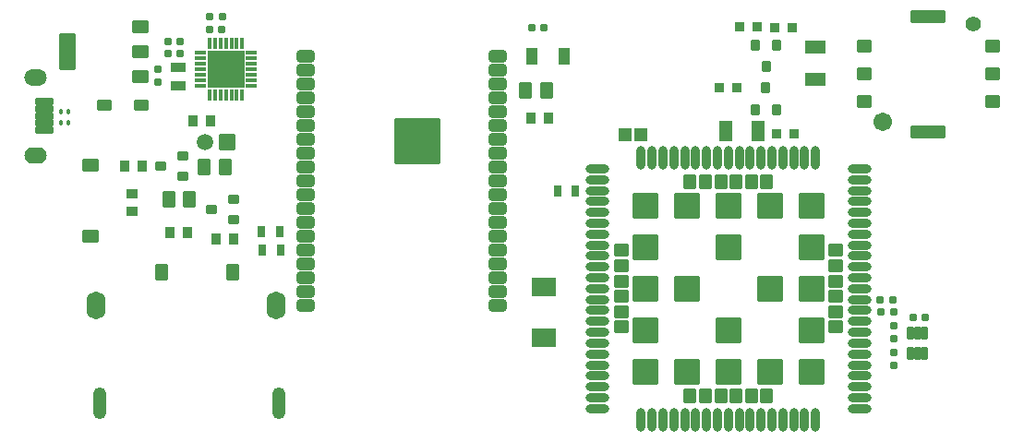
<source format=gbr>
%TF.GenerationSoftware,KiCad,Pcbnew,8.0.3*%
%TF.CreationDate,2025-01-08T01:15:00+05:30*%
%TF.ProjectId,gps,6770732e-6b69-4636-9164-5f7063625858,rev?*%
%TF.SameCoordinates,Original*%
%TF.FileFunction,Soldermask,Bot*%
%TF.FilePolarity,Negative*%
%FSLAX46Y46*%
G04 Gerber Fmt 4.6, Leading zero omitted, Abs format (unit mm)*
G04 Created by KiCad (PCBNEW 8.0.3) date 2025-01-08 01:15:00*
%MOMM*%
%LPD*%
G01*
G04 APERTURE LIST*
G04 Aperture macros list*
%AMRoundRect*
0 Rectangle with rounded corners*
0 $1 Rounding radius*
0 $2 $3 $4 $5 $6 $7 $8 $9 X,Y pos of 4 corners*
0 Add a 4 corners polygon primitive as box body*
4,1,4,$2,$3,$4,$5,$6,$7,$8,$9,$2,$3,0*
0 Add four circle primitives for the rounded corners*
1,1,$1+$1,$2,$3*
1,1,$1+$1,$4,$5*
1,1,$1+$1,$6,$7*
1,1,$1+$1,$8,$9*
0 Add four rect primitives between the rounded corners*
20,1,$1+$1,$2,$3,$4,$5,0*
20,1,$1+$1,$4,$5,$6,$7,0*
20,1,$1+$1,$6,$7,$8,$9,0*
20,1,$1+$1,$8,$9,$2,$3,0*%
G04 Aperture macros list end*
%ADD10C,0.010000*%
%ADD11O,1.754000X2.554000*%
%ADD12O,1.254000X2.904000*%
%ADD13RoundRect,0.102000X-0.654000X-0.654000X0.654000X-0.654000X0.654000X0.654000X-0.654000X0.654000X0*%
%ADD14C,1.512000*%
%ADD15RoundRect,0.075000X-0.075000X-0.175000X0.075000X-0.175000X0.075000X0.175000X-0.075000X0.175000X0*%
%ADD16R,0.900000X1.000000*%
%ADD17RoundRect,0.102000X0.460000X0.690000X-0.460000X0.690000X-0.460000X-0.690000X0.460000X-0.690000X0*%
%ADD18RoundRect,0.102000X0.485000X0.865000X-0.485000X0.865000X-0.485000X-0.865000X0.485000X-0.865000X0*%
%ADD19R,0.800000X1.000000*%
%ADD20RoundRect,0.155000X0.212500X0.155000X-0.212500X0.155000X-0.212500X-0.155000X0.212500X-0.155000X0*%
%ADD21R,0.900000X0.950000*%
%ADD22RoundRect,0.102000X0.605000X0.365000X-0.605000X0.365000X-0.605000X-0.365000X0.605000X-0.365000X0*%
%ADD23RoundRect,0.102000X0.750000X-0.200000X0.750000X0.200000X-0.750000X0.200000X-0.750000X-0.200000X0*%
%ADD24RoundRect,0.160000X-0.197500X-0.160000X0.197500X-0.160000X0.197500X0.160000X-0.197500X0.160000X0*%
%ADD25C,1.704000*%
%ADD26C,1.404000*%
%ADD27RoundRect,0.102000X1.500000X-0.500000X1.500000X0.500000X-1.500000X0.500000X-1.500000X-0.500000X0*%
%ADD28RoundRect,0.102000X0.550000X-0.500000X0.550000X0.500000X-0.550000X0.500000X-0.550000X-0.500000X0*%
%ADD29RoundRect,0.160000X-0.160000X0.197500X-0.160000X-0.197500X0.160000X-0.197500X0.160000X0.197500X0*%
%ADD30RoundRect,0.102000X-0.865000X0.485000X-0.865000X-0.485000X0.865000X-0.485000X0.865000X0.485000X0*%
%ADD31R,1.470000X0.970000*%
%ADD32RoundRect,0.160000X0.160000X-0.197500X0.160000X0.197500X-0.160000X0.197500X-0.160000X-0.197500X0*%
%ADD33RoundRect,0.102000X-0.450000X-0.700000X0.450000X-0.700000X0.450000X0.700000X-0.450000X0.700000X0*%
%ADD34RoundRect,0.148500X0.148500X-0.483500X0.148500X0.483500X-0.148500X0.483500X-0.148500X-0.483500X0*%
%ADD35R,1.000000X0.950000*%
%ADD36R,1.000000X0.300000*%
%ADD37R,0.300000X1.000000*%
%ADD38R,3.350000X3.350000*%
%ADD39R,0.950000X1.000000*%
%ADD40RoundRect,0.283500X0.543500X0.283500X-0.543500X0.283500X-0.543500X-0.283500X0.543500X-0.283500X0*%
%ADD41RoundRect,0.102000X2.000000X2.000000X-2.000000X2.000000X-2.000000X-2.000000X2.000000X-2.000000X0*%
%ADD42RoundRect,0.102000X-0.520000X-0.510000X0.520000X-0.510000X0.520000X0.510000X-0.520000X0.510000X0*%
%ADD43RoundRect,0.155000X-0.212500X-0.155000X0.212500X-0.155000X0.212500X0.155000X-0.212500X0.155000X0*%
%ADD44R,2.311400X1.651000*%
%ADD45RoundRect,0.102000X0.700000X-0.450000X0.700000X0.450000X-0.700000X0.450000X-0.700000X-0.450000X0*%
%ADD46RoundRect,0.102000X0.300000X-0.400000X0.300000X0.400000X-0.300000X0.400000X-0.300000X-0.400000X0*%
%ADD47RoundRect,0.102000X0.400000X0.300000X-0.400000X0.300000X-0.400000X-0.300000X0.400000X-0.300000X0*%
%ADD48RoundRect,0.155000X0.155000X-0.212500X0.155000X0.212500X-0.155000X0.212500X-0.155000X-0.212500X0*%
%ADD49RoundRect,0.102000X-0.300000X0.400000X-0.300000X-0.400000X0.300000X-0.400000X0.300000X0.400000X0*%
%ADD50RoundRect,0.102000X-0.460000X-0.690000X0.460000X-0.690000X0.460000X0.690000X-0.460000X0.690000X0*%
%ADD51O,0.804000X2.204000*%
%ADD52O,2.204000X0.804000*%
%ADD53RoundRect,0.102000X-1.050000X1.050000X-1.050000X-1.050000X1.050000X-1.050000X1.050000X1.050000X0*%
%ADD54RoundRect,0.102000X-0.450000X0.550000X-0.450000X-0.550000X0.450000X-0.550000X0.450000X0.550000X0*%
%ADD55RoundRect,0.102000X-0.550000X0.450000X-0.550000X-0.450000X0.550000X-0.450000X0.550000X0.450000X0*%
%ADD56R,1.050000X1.600000*%
%ADD57RoundRect,0.085050X0.671950X0.481950X-0.671950X0.481950X-0.671950X-0.481950X0.671950X-0.481950X0*%
%ADD58RoundRect,0.113550X0.643450X1.608450X-0.643450X1.608450X-0.643450X-1.608450X0.643450X-1.608450X0*%
G04 APERTURE END LIST*
D10*
%TO.C,J1*%
X121647800Y-64894800D02*
X121683800Y-64897800D01*
X121720800Y-64902800D01*
X121756800Y-64908800D01*
X121791800Y-64917800D01*
X121826800Y-64927800D01*
X121861800Y-64939800D01*
X121895800Y-64954800D01*
X121928800Y-64969800D01*
X121960800Y-64987800D01*
X121991800Y-65006800D01*
X122021800Y-65027800D01*
X122051800Y-65049800D01*
X122078800Y-65073800D01*
X122105800Y-65098800D01*
X122130800Y-65125800D01*
X122154800Y-65152800D01*
X122176800Y-65182800D01*
X122197800Y-65212800D01*
X122216800Y-65243800D01*
X122234800Y-65275800D01*
X122249800Y-65308800D01*
X122264800Y-65342800D01*
X122276800Y-65377800D01*
X122286800Y-65412800D01*
X122295800Y-65447800D01*
X122301800Y-65483800D01*
X122306800Y-65520800D01*
X122309800Y-65556800D01*
X122310800Y-65593800D01*
X122309800Y-65630800D01*
X122306800Y-65666800D01*
X122301800Y-65703800D01*
X122295800Y-65739800D01*
X122286800Y-65774800D01*
X122276800Y-65809800D01*
X122264800Y-65844800D01*
X122249800Y-65878800D01*
X122234800Y-65911800D01*
X122216800Y-65943800D01*
X122197800Y-65974800D01*
X122176800Y-66004800D01*
X122154800Y-66034800D01*
X122130800Y-66061800D01*
X122105800Y-66088800D01*
X122078800Y-66113800D01*
X122051800Y-66137800D01*
X122021800Y-66159800D01*
X121991800Y-66180800D01*
X121960800Y-66199800D01*
X121928800Y-66217800D01*
X121895800Y-66232800D01*
X121861800Y-66247800D01*
X121826800Y-66259800D01*
X121791800Y-66269800D01*
X121756800Y-66278800D01*
X121720800Y-66284800D01*
X121683800Y-66289800D01*
X121647800Y-66292800D01*
X121610800Y-66293800D01*
X121060800Y-66293800D01*
X121023800Y-66292800D01*
X120987800Y-66289800D01*
X120950800Y-66284800D01*
X120914800Y-66278800D01*
X120879800Y-66269800D01*
X120844800Y-66259800D01*
X120809800Y-66247800D01*
X120775800Y-66232800D01*
X120742800Y-66217800D01*
X120710800Y-66199800D01*
X120679800Y-66180800D01*
X120649800Y-66159800D01*
X120619800Y-66137800D01*
X120592800Y-66113800D01*
X120565800Y-66088800D01*
X120540800Y-66061800D01*
X120516800Y-66034800D01*
X120494800Y-66004800D01*
X120473800Y-65974800D01*
X120454800Y-65943800D01*
X120436800Y-65911800D01*
X120421800Y-65878800D01*
X120406800Y-65844800D01*
X120394800Y-65809800D01*
X120384800Y-65774800D01*
X120375800Y-65739800D01*
X120369800Y-65703800D01*
X120364800Y-65666800D01*
X120361800Y-65630800D01*
X120360800Y-65593800D01*
X120361800Y-65556800D01*
X120364800Y-65520800D01*
X120369800Y-65483800D01*
X120375800Y-65447800D01*
X120384800Y-65412800D01*
X120394800Y-65377800D01*
X120406800Y-65342800D01*
X120421800Y-65308800D01*
X120436800Y-65275800D01*
X120454800Y-65243800D01*
X120473800Y-65212800D01*
X120494800Y-65182800D01*
X120516800Y-65152800D01*
X120540800Y-65125800D01*
X120565800Y-65098800D01*
X120592800Y-65073800D01*
X120619800Y-65049800D01*
X120649800Y-65027800D01*
X120679800Y-65006800D01*
X120710800Y-64987800D01*
X120742800Y-64969800D01*
X120775800Y-64954800D01*
X120809800Y-64939800D01*
X120844800Y-64927800D01*
X120879800Y-64917800D01*
X120914800Y-64908800D01*
X120950800Y-64902800D01*
X120987800Y-64897800D01*
X121023800Y-64894800D01*
X121060800Y-64893800D01*
X121610800Y-64893800D01*
X121647800Y-64894800D01*
G36*
X121647800Y-64894800D02*
G01*
X121683800Y-64897800D01*
X121720800Y-64902800D01*
X121756800Y-64908800D01*
X121791800Y-64917800D01*
X121826800Y-64927800D01*
X121861800Y-64939800D01*
X121895800Y-64954800D01*
X121928800Y-64969800D01*
X121960800Y-64987800D01*
X121991800Y-65006800D01*
X122021800Y-65027800D01*
X122051800Y-65049800D01*
X122078800Y-65073800D01*
X122105800Y-65098800D01*
X122130800Y-65125800D01*
X122154800Y-65152800D01*
X122176800Y-65182800D01*
X122197800Y-65212800D01*
X122216800Y-65243800D01*
X122234800Y-65275800D01*
X122249800Y-65308800D01*
X122264800Y-65342800D01*
X122276800Y-65377800D01*
X122286800Y-65412800D01*
X122295800Y-65447800D01*
X122301800Y-65483800D01*
X122306800Y-65520800D01*
X122309800Y-65556800D01*
X122310800Y-65593800D01*
X122309800Y-65630800D01*
X122306800Y-65666800D01*
X122301800Y-65703800D01*
X122295800Y-65739800D01*
X122286800Y-65774800D01*
X122276800Y-65809800D01*
X122264800Y-65844800D01*
X122249800Y-65878800D01*
X122234800Y-65911800D01*
X122216800Y-65943800D01*
X122197800Y-65974800D01*
X122176800Y-66004800D01*
X122154800Y-66034800D01*
X122130800Y-66061800D01*
X122105800Y-66088800D01*
X122078800Y-66113800D01*
X122051800Y-66137800D01*
X122021800Y-66159800D01*
X121991800Y-66180800D01*
X121960800Y-66199800D01*
X121928800Y-66217800D01*
X121895800Y-66232800D01*
X121861800Y-66247800D01*
X121826800Y-66259800D01*
X121791800Y-66269800D01*
X121756800Y-66278800D01*
X121720800Y-66284800D01*
X121683800Y-66289800D01*
X121647800Y-66292800D01*
X121610800Y-66293800D01*
X121060800Y-66293800D01*
X121023800Y-66292800D01*
X120987800Y-66289800D01*
X120950800Y-66284800D01*
X120914800Y-66278800D01*
X120879800Y-66269800D01*
X120844800Y-66259800D01*
X120809800Y-66247800D01*
X120775800Y-66232800D01*
X120742800Y-66217800D01*
X120710800Y-66199800D01*
X120679800Y-66180800D01*
X120649800Y-66159800D01*
X120619800Y-66137800D01*
X120592800Y-66113800D01*
X120565800Y-66088800D01*
X120540800Y-66061800D01*
X120516800Y-66034800D01*
X120494800Y-66004800D01*
X120473800Y-65974800D01*
X120454800Y-65943800D01*
X120436800Y-65911800D01*
X120421800Y-65878800D01*
X120406800Y-65844800D01*
X120394800Y-65809800D01*
X120384800Y-65774800D01*
X120375800Y-65739800D01*
X120369800Y-65703800D01*
X120364800Y-65666800D01*
X120361800Y-65630800D01*
X120360800Y-65593800D01*
X120361800Y-65556800D01*
X120364800Y-65520800D01*
X120369800Y-65483800D01*
X120375800Y-65447800D01*
X120384800Y-65412800D01*
X120394800Y-65377800D01*
X120406800Y-65342800D01*
X120421800Y-65308800D01*
X120436800Y-65275800D01*
X120454800Y-65243800D01*
X120473800Y-65212800D01*
X120494800Y-65182800D01*
X120516800Y-65152800D01*
X120540800Y-65125800D01*
X120565800Y-65098800D01*
X120592800Y-65073800D01*
X120619800Y-65049800D01*
X120649800Y-65027800D01*
X120679800Y-65006800D01*
X120710800Y-64987800D01*
X120742800Y-64969800D01*
X120775800Y-64954800D01*
X120809800Y-64939800D01*
X120844800Y-64927800D01*
X120879800Y-64917800D01*
X120914800Y-64908800D01*
X120950800Y-64902800D01*
X120987800Y-64897800D01*
X121023800Y-64894800D01*
X121060800Y-64893800D01*
X121610800Y-64893800D01*
X121647800Y-64894800D01*
G37*
X121647800Y-72044800D02*
X121683800Y-72047800D01*
X121720800Y-72052800D01*
X121756800Y-72058800D01*
X121791800Y-72067800D01*
X121826800Y-72077800D01*
X121861800Y-72089800D01*
X121895800Y-72104800D01*
X121928800Y-72119800D01*
X121960800Y-72137800D01*
X121991800Y-72156800D01*
X122021800Y-72177800D01*
X122051800Y-72199800D01*
X122078800Y-72223800D01*
X122105800Y-72248800D01*
X122130800Y-72275800D01*
X122154800Y-72302800D01*
X122176800Y-72332800D01*
X122197800Y-72362800D01*
X122216800Y-72393800D01*
X122234800Y-72425800D01*
X122249800Y-72458800D01*
X122264800Y-72492800D01*
X122276800Y-72527800D01*
X122286800Y-72562800D01*
X122295800Y-72597800D01*
X122301800Y-72633800D01*
X122306800Y-72670800D01*
X122309800Y-72706800D01*
X122310800Y-72743800D01*
X122309800Y-72780800D01*
X122306800Y-72816800D01*
X122301800Y-72853800D01*
X122295800Y-72889800D01*
X122286800Y-72924800D01*
X122276800Y-72959800D01*
X122264800Y-72994800D01*
X122249800Y-73028800D01*
X122234800Y-73061800D01*
X122216800Y-73093800D01*
X122197800Y-73124800D01*
X122176800Y-73154800D01*
X122154800Y-73184800D01*
X122130800Y-73211800D01*
X122105800Y-73238800D01*
X122078800Y-73263800D01*
X122051800Y-73287800D01*
X122021800Y-73309800D01*
X121991800Y-73330800D01*
X121960800Y-73349800D01*
X121928800Y-73367800D01*
X121895800Y-73382800D01*
X121861800Y-73397800D01*
X121826800Y-73409800D01*
X121791800Y-73419800D01*
X121756800Y-73428800D01*
X121720800Y-73434800D01*
X121683800Y-73439800D01*
X121647800Y-73442800D01*
X121610800Y-73443800D01*
X121060800Y-73443800D01*
X121023800Y-73442800D01*
X120987800Y-73439800D01*
X120950800Y-73434800D01*
X120914800Y-73428800D01*
X120879800Y-73419800D01*
X120844800Y-73409800D01*
X120809800Y-73397800D01*
X120775800Y-73382800D01*
X120742800Y-73367800D01*
X120710800Y-73349800D01*
X120679800Y-73330800D01*
X120649800Y-73309800D01*
X120619800Y-73287800D01*
X120592800Y-73263800D01*
X120565800Y-73238800D01*
X120540800Y-73211800D01*
X120516800Y-73184800D01*
X120494800Y-73154800D01*
X120473800Y-73124800D01*
X120454800Y-73093800D01*
X120436800Y-73061800D01*
X120421800Y-73028800D01*
X120406800Y-72994800D01*
X120394800Y-72959800D01*
X120384800Y-72924800D01*
X120375800Y-72889800D01*
X120369800Y-72853800D01*
X120364800Y-72816800D01*
X120361800Y-72780800D01*
X120360800Y-72743800D01*
X120361800Y-72706800D01*
X120364800Y-72670800D01*
X120369800Y-72633800D01*
X120375800Y-72597800D01*
X120384800Y-72562800D01*
X120394800Y-72527800D01*
X120406800Y-72492800D01*
X120421800Y-72458800D01*
X120436800Y-72425800D01*
X120454800Y-72393800D01*
X120473800Y-72362800D01*
X120494800Y-72332800D01*
X120516800Y-72302800D01*
X120540800Y-72275800D01*
X120565800Y-72248800D01*
X120592800Y-72223800D01*
X120619800Y-72199800D01*
X120649800Y-72177800D01*
X120679800Y-72156800D01*
X120710800Y-72137800D01*
X120742800Y-72119800D01*
X120775800Y-72104800D01*
X120809800Y-72089800D01*
X120844800Y-72077800D01*
X120879800Y-72067800D01*
X120914800Y-72058800D01*
X120950800Y-72052800D01*
X120987800Y-72047800D01*
X121023800Y-72044800D01*
X121060800Y-72043800D01*
X121610800Y-72043800D01*
X121647800Y-72044800D01*
G36*
X121647800Y-72044800D02*
G01*
X121683800Y-72047800D01*
X121720800Y-72052800D01*
X121756800Y-72058800D01*
X121791800Y-72067800D01*
X121826800Y-72077800D01*
X121861800Y-72089800D01*
X121895800Y-72104800D01*
X121928800Y-72119800D01*
X121960800Y-72137800D01*
X121991800Y-72156800D01*
X122021800Y-72177800D01*
X122051800Y-72199800D01*
X122078800Y-72223800D01*
X122105800Y-72248800D01*
X122130800Y-72275800D01*
X122154800Y-72302800D01*
X122176800Y-72332800D01*
X122197800Y-72362800D01*
X122216800Y-72393800D01*
X122234800Y-72425800D01*
X122249800Y-72458800D01*
X122264800Y-72492800D01*
X122276800Y-72527800D01*
X122286800Y-72562800D01*
X122295800Y-72597800D01*
X122301800Y-72633800D01*
X122306800Y-72670800D01*
X122309800Y-72706800D01*
X122310800Y-72743800D01*
X122309800Y-72780800D01*
X122306800Y-72816800D01*
X122301800Y-72853800D01*
X122295800Y-72889800D01*
X122286800Y-72924800D01*
X122276800Y-72959800D01*
X122264800Y-72994800D01*
X122249800Y-73028800D01*
X122234800Y-73061800D01*
X122216800Y-73093800D01*
X122197800Y-73124800D01*
X122176800Y-73154800D01*
X122154800Y-73184800D01*
X122130800Y-73211800D01*
X122105800Y-73238800D01*
X122078800Y-73263800D01*
X122051800Y-73287800D01*
X122021800Y-73309800D01*
X121991800Y-73330800D01*
X121960800Y-73349800D01*
X121928800Y-73367800D01*
X121895800Y-73382800D01*
X121861800Y-73397800D01*
X121826800Y-73409800D01*
X121791800Y-73419800D01*
X121756800Y-73428800D01*
X121720800Y-73434800D01*
X121683800Y-73439800D01*
X121647800Y-73442800D01*
X121610800Y-73443800D01*
X121060800Y-73443800D01*
X121023800Y-73442800D01*
X120987800Y-73439800D01*
X120950800Y-73434800D01*
X120914800Y-73428800D01*
X120879800Y-73419800D01*
X120844800Y-73409800D01*
X120809800Y-73397800D01*
X120775800Y-73382800D01*
X120742800Y-73367800D01*
X120710800Y-73349800D01*
X120679800Y-73330800D01*
X120649800Y-73309800D01*
X120619800Y-73287800D01*
X120592800Y-73263800D01*
X120565800Y-73238800D01*
X120540800Y-73211800D01*
X120516800Y-73184800D01*
X120494800Y-73154800D01*
X120473800Y-73124800D01*
X120454800Y-73093800D01*
X120436800Y-73061800D01*
X120421800Y-73028800D01*
X120406800Y-72994800D01*
X120394800Y-72959800D01*
X120384800Y-72924800D01*
X120375800Y-72889800D01*
X120369800Y-72853800D01*
X120364800Y-72816800D01*
X120361800Y-72780800D01*
X120360800Y-72743800D01*
X120361800Y-72706800D01*
X120364800Y-72670800D01*
X120369800Y-72633800D01*
X120375800Y-72597800D01*
X120384800Y-72562800D01*
X120394800Y-72527800D01*
X120406800Y-72492800D01*
X120421800Y-72458800D01*
X120436800Y-72425800D01*
X120454800Y-72393800D01*
X120473800Y-72362800D01*
X120494800Y-72332800D01*
X120516800Y-72302800D01*
X120540800Y-72275800D01*
X120565800Y-72248800D01*
X120592800Y-72223800D01*
X120619800Y-72199800D01*
X120649800Y-72177800D01*
X120679800Y-72156800D01*
X120710800Y-72137800D01*
X120742800Y-72119800D01*
X120775800Y-72104800D01*
X120809800Y-72089800D01*
X120844800Y-72077800D01*
X120879800Y-72067800D01*
X120914800Y-72058800D01*
X120950800Y-72052800D01*
X120987800Y-72047800D01*
X121023800Y-72044800D01*
X121060800Y-72043800D01*
X121610800Y-72043800D01*
X121647800Y-72044800D01*
G37*
%TD*%
D11*
%TO.C,J5*%
X126963250Y-86582500D03*
X143413250Y-86582500D03*
D12*
X127263250Y-95482500D03*
X143663250Y-95482500D03*
%TD*%
D13*
%TO.C,J2*%
X138932600Y-71568400D03*
D14*
X136932600Y-71568400D03*
%TD*%
D15*
%TO.C,U3*%
X123669300Y-68783200D03*
X124369300Y-68783200D03*
%TD*%
D16*
%TO.C,R9*%
X137960200Y-80416400D03*
X139560200Y-80416400D03*
%TD*%
D17*
%TO.C,R34*%
X168237000Y-66827400D03*
X166327000Y-66827400D03*
%TD*%
%TO.C,R4*%
X138750000Y-73863200D03*
X136840000Y-73863200D03*
%TD*%
D18*
%TO.C,R19*%
X187636600Y-70510400D03*
X184676600Y-70510400D03*
%TD*%
D19*
%TO.C,R5*%
X142152000Y-81508600D03*
X143852000Y-81508600D03*
%TD*%
D20*
%TO.C,C5*%
X134628700Y-62357000D03*
X133493700Y-62357000D03*
%TD*%
D21*
%TO.C,R31*%
X187528200Y-61010800D03*
X185928200Y-61010800D03*
%TD*%
D22*
%TO.C,D6*%
X127682200Y-68173600D03*
X131042200Y-68173600D03*
%TD*%
D23*
%TO.C,J1*%
X122225800Y-70468800D03*
X122225800Y-69818800D03*
X122225800Y-69168800D03*
X122225800Y-68518800D03*
X122225800Y-67868800D03*
%TD*%
D24*
%TO.C,R28*%
X198856600Y-87172800D03*
X200051600Y-87172800D03*
%TD*%
D25*
%TO.C,J4*%
X199075400Y-69737400D03*
D26*
X207375400Y-60737400D03*
D27*
X203225400Y-60037400D03*
X203225400Y-70637400D03*
D28*
X197325400Y-62797400D03*
X197325400Y-65337400D03*
X197325400Y-67877400D03*
X209125400Y-62797400D03*
X209125400Y-65337400D03*
X209125400Y-67877400D03*
%TD*%
D21*
%TO.C,R33*%
X185648600Y-66548000D03*
X184048600Y-66548000D03*
%TD*%
D29*
%TO.C,R27*%
X200101200Y-88404100D03*
X200101200Y-89599100D03*
%TD*%
D30*
%TO.C,R29*%
X192887600Y-62883600D03*
X192887600Y-65843600D03*
%TD*%
D16*
%TO.C,R10*%
X131152800Y-73736200D03*
X129552800Y-73736200D03*
%TD*%
D31*
%TO.C,C21*%
X134467600Y-66362000D03*
X134467600Y-64702000D03*
%TD*%
D32*
%TO.C,R17*%
X200075800Y-92037500D03*
X200075800Y-90842500D03*
%TD*%
D33*
%TO.C,S1*%
X132971400Y-83515200D03*
X139471400Y-83515200D03*
%TD*%
D34*
%TO.C,U11*%
X202910200Y-90978000D03*
X202260200Y-90978000D03*
X201610200Y-90978000D03*
X201610200Y-89108000D03*
X202260200Y-89108000D03*
X202910200Y-89108000D03*
%TD*%
D35*
%TO.C,C12*%
X130225800Y-77901600D03*
X130225800Y-76301600D03*
%TD*%
D36*
%TO.C,IC1*%
X136485000Y-66383800D03*
X136485000Y-65883800D03*
X136485000Y-65383800D03*
X136485000Y-64883800D03*
X136485000Y-64383800D03*
X136485000Y-63883800D03*
X136485000Y-63383800D03*
D37*
X137335000Y-62533800D03*
X137835000Y-62533800D03*
X138335000Y-62533800D03*
X138835000Y-62533800D03*
X139335000Y-62533800D03*
X139835000Y-62533800D03*
X140335000Y-62533800D03*
D36*
X141185000Y-63383800D03*
X141185000Y-63883800D03*
X141185000Y-64383800D03*
X141185000Y-64883800D03*
X141185000Y-65383800D03*
X141185000Y-65883800D03*
X141185000Y-66383800D03*
D37*
X140335000Y-67233800D03*
X139835000Y-67233800D03*
X139335000Y-67233800D03*
X138835000Y-67233800D03*
X138335000Y-67233800D03*
X137835000Y-67233800D03*
X137335000Y-67233800D03*
D38*
X138835000Y-64883800D03*
%TD*%
D39*
%TO.C,C10*%
X168402000Y-69367400D03*
X166802000Y-69367400D03*
%TD*%
%TO.C,C11*%
X133705800Y-79857600D03*
X135305800Y-79857600D03*
%TD*%
D15*
%TO.C,U4*%
X123679200Y-69799200D03*
X124379200Y-69799200D03*
%TD*%
D40*
%TO.C,A1*%
X163779200Y-63728600D03*
X163779200Y-64998600D03*
X163779200Y-66268600D03*
X163779200Y-67538600D03*
X163779200Y-68808600D03*
X163779200Y-70078600D03*
X163779200Y-71348600D03*
X163779200Y-72618600D03*
X163779200Y-73888600D03*
X163779200Y-75158600D03*
X163779200Y-76428600D03*
X163779200Y-77698600D03*
X163779200Y-78968600D03*
X163779200Y-80238600D03*
X163779200Y-81508600D03*
X163779200Y-82778600D03*
X163779200Y-84048600D03*
X163779200Y-85318600D03*
X163779200Y-86588600D03*
X146159200Y-86588600D03*
X146159200Y-85318600D03*
X146159200Y-84048600D03*
X146159200Y-82778600D03*
X146159200Y-81508600D03*
X146159200Y-80238600D03*
X146159200Y-78968600D03*
X146159200Y-77698600D03*
X146159200Y-76428600D03*
X146159200Y-75158600D03*
X146159200Y-73888600D03*
X146159200Y-72618600D03*
X146159200Y-71348600D03*
X146159200Y-70078600D03*
X146159200Y-68808600D03*
X146159200Y-67538600D03*
X146159200Y-66268600D03*
X146159200Y-64998600D03*
X146159200Y-63728600D03*
D41*
X156349200Y-71518600D03*
%TD*%
D42*
%TO.C,R35*%
X175412400Y-70891400D03*
X176882400Y-70891400D03*
%TD*%
D43*
%TO.C,C14*%
X198847900Y-86029800D03*
X199982900Y-86029800D03*
%TD*%
D20*
%TO.C,C13*%
X202954700Y-87680800D03*
X201819700Y-87680800D03*
%TD*%
D43*
%TO.C,C9*%
X166873400Y-61087000D03*
X168008400Y-61087000D03*
%TD*%
D19*
%TO.C,R6*%
X142101200Y-79806800D03*
X143801200Y-79806800D03*
%TD*%
D20*
%TO.C,C4*%
X134645400Y-63398400D03*
X133510400Y-63398400D03*
%TD*%
D44*
%TO.C,AE1*%
X167990000Y-84865900D03*
X167990000Y-89514100D03*
%TD*%
D45*
%TO.C,S2*%
X126415800Y-80212000D03*
X126415800Y-73712000D03*
%TD*%
D46*
%TO.C,Q5*%
X189291000Y-68574000D03*
X187391000Y-68574000D03*
X188341000Y-66554000D03*
%TD*%
D47*
%TO.C,Q1*%
X139567000Y-76799400D03*
X139567000Y-78699400D03*
X137547000Y-77749400D03*
%TD*%
%TO.C,Q4*%
X134874000Y-72826800D03*
X134874000Y-74726800D03*
X132854000Y-73776800D03*
%TD*%
D21*
%TO.C,R30*%
X190906400Y-70789800D03*
X189306400Y-70789800D03*
%TD*%
%TO.C,R32*%
X189179200Y-61036200D03*
X190779200Y-61036200D03*
%TD*%
D48*
%TO.C,C1*%
X132562600Y-66048700D03*
X132562600Y-64913700D03*
%TD*%
D49*
%TO.C,Q2*%
X187401200Y-62636400D03*
X189301200Y-62636400D03*
X188351200Y-64656400D03*
%TD*%
D50*
%TO.C,R7*%
X133588800Y-76784200D03*
X135498800Y-76784200D03*
%TD*%
D51*
%TO.C,U1*%
X176903800Y-73009400D03*
X177903800Y-73009400D03*
X178903800Y-73009400D03*
X179903800Y-73009400D03*
X180903800Y-73009400D03*
X181903800Y-73009400D03*
X182903800Y-73009400D03*
X183903800Y-73009400D03*
X184903800Y-73009400D03*
X185903800Y-73009400D03*
X186903800Y-73009400D03*
X187903800Y-73009400D03*
X188903800Y-73009400D03*
X189903800Y-73009400D03*
X190903800Y-73009400D03*
X191903800Y-73009400D03*
X192903800Y-73009400D03*
D52*
X196903800Y-77009400D03*
X196903800Y-78009400D03*
X196903800Y-79009400D03*
X196903800Y-80009400D03*
X196903800Y-81009400D03*
X196903800Y-82009400D03*
X196903800Y-83009400D03*
X196903800Y-84009400D03*
X196903800Y-85009400D03*
X196903800Y-86009400D03*
X196903800Y-87009400D03*
X196903800Y-88009400D03*
X196903800Y-89009400D03*
X196903800Y-90009400D03*
X196903800Y-91009400D03*
X196903800Y-92009400D03*
X196903800Y-93009400D03*
D51*
X192903800Y-97009400D03*
X191903800Y-97009400D03*
X190903800Y-97009400D03*
X189903800Y-97009400D03*
X188903800Y-97009400D03*
X187903800Y-97009400D03*
X186903800Y-97009400D03*
X185903800Y-97009400D03*
X184903800Y-97009400D03*
X183903800Y-97009400D03*
X182903800Y-97009400D03*
X181903800Y-97009400D03*
X180903800Y-97009400D03*
X179903800Y-97009400D03*
X178903800Y-97009400D03*
X177903800Y-97009400D03*
X176903800Y-97009400D03*
D52*
X172903800Y-93009400D03*
X172903800Y-92009400D03*
X172903800Y-91009400D03*
X172903800Y-90009400D03*
X172903800Y-89009400D03*
X172903800Y-88009400D03*
X172903800Y-87009400D03*
X172903800Y-86009400D03*
X172903800Y-85009400D03*
X172903800Y-84009400D03*
X172903800Y-83009400D03*
X172903800Y-82009400D03*
X172903800Y-81009400D03*
X172903800Y-80009400D03*
X172903800Y-79009400D03*
X172903800Y-78009400D03*
X172903800Y-77009400D03*
D53*
X177303800Y-77409400D03*
X181103800Y-77409400D03*
X184903800Y-77409400D03*
X188703800Y-77409400D03*
X192503800Y-77409400D03*
X192503800Y-81209400D03*
X192503800Y-85009400D03*
X192503800Y-88809400D03*
X192503800Y-92609400D03*
X188703800Y-92609400D03*
X184903800Y-92609400D03*
X181103800Y-92609400D03*
X177303800Y-92609400D03*
X177303800Y-88809400D03*
X177303800Y-85009400D03*
X177303800Y-81209400D03*
X184903800Y-81209400D03*
X188703800Y-85009400D03*
X184903800Y-88809400D03*
X181103800Y-85009400D03*
D52*
X196903800Y-74009400D03*
X196903800Y-75009400D03*
X196903800Y-76009400D03*
X196903800Y-94009400D03*
X196903800Y-95009400D03*
X196903800Y-96009400D03*
X172903800Y-96009400D03*
X172903800Y-95009400D03*
X172903800Y-94009400D03*
X172903800Y-76009400D03*
X172903800Y-75009400D03*
X172903800Y-74009400D03*
D54*
X181403800Y-75209400D03*
X182803800Y-75209400D03*
X184203800Y-75209400D03*
X185603800Y-75209400D03*
X187003800Y-75209400D03*
X188403800Y-75209400D03*
D55*
X194703800Y-81509400D03*
X194703800Y-82909400D03*
X194703800Y-84309400D03*
X194703800Y-85709400D03*
X194703800Y-87109400D03*
X194703800Y-88509400D03*
D54*
X188403800Y-94809400D03*
X187003800Y-94809400D03*
X185603800Y-94809400D03*
X184203800Y-94809400D03*
X182803800Y-94809400D03*
X181403800Y-94809400D03*
D55*
X175103800Y-88509400D03*
X175103800Y-87109400D03*
X175103800Y-85709400D03*
X175103800Y-84309400D03*
X175103800Y-82909400D03*
X175103800Y-81509400D03*
%TD*%
D56*
%TO.C,C8*%
X169837200Y-63652400D03*
X166887200Y-63652400D03*
%TD*%
D16*
%TO.C,R3*%
X135826600Y-69621400D03*
X137426600Y-69621400D03*
%TD*%
D19*
%TO.C,R16*%
X170865800Y-76022200D03*
X169265800Y-76022200D03*
%TD*%
D43*
%TO.C,C7*%
X137363200Y-60071000D03*
X138498200Y-60071000D03*
%TD*%
%TO.C,C6*%
X137345800Y-61214000D03*
X138480800Y-61214000D03*
%TD*%
D57*
%TO.C,U2*%
X131025500Y-61006800D03*
X131025500Y-63296800D03*
X131025500Y-65586800D03*
D58*
X124335500Y-63296800D03*
%TD*%
M02*

</source>
